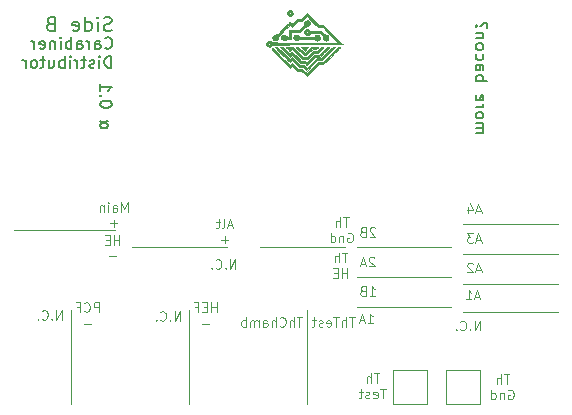
<source format=gbr>
G04 #@! TF.GenerationSoftware,KiCad,Pcbnew,6.0.7-f9a2dced07~116~ubuntu22.04.1*
G04 #@! TF.CreationDate,2022-08-21T20:53:52+02:00*
G04 #@! TF.ProjectId,carabiner-distributor,63617261-6269-46e6-9572-2d6469737472,rev?*
G04 #@! TF.SameCoordinates,Original*
G04 #@! TF.FileFunction,Legend,Bot*
G04 #@! TF.FilePolarity,Positive*
%FSLAX46Y46*%
G04 Gerber Fmt 4.6, Leading zero omitted, Abs format (unit mm)*
G04 Created by KiCad (PCBNEW 6.0.7-f9a2dced07~116~ubuntu22.04.1) date 2022-08-21 20:53:52*
%MOMM*%
%LPD*%
G01*
G04 APERTURE LIST*
%ADD10C,0.120000*%
%ADD11C,0.100000*%
%ADD12C,0.150000*%
%ADD13C,0.010000*%
G04 APERTURE END LIST*
D10*
X112500000Y-40750000D02*
X104500000Y-40750000D01*
X103500000Y-42750000D02*
X95500000Y-42750000D01*
X66490000Y-41250000D02*
X75000000Y-41250000D01*
X81250000Y-56010000D02*
X81250000Y-48050000D01*
X103500000Y-45290000D02*
X95500000Y-45290000D01*
X112500000Y-43290000D02*
X104500000Y-43290000D01*
X94460000Y-42750000D02*
X87250000Y-42750000D01*
X103500000Y-47830000D02*
X95500000Y-47830000D01*
X91250000Y-56010000D02*
X91250000Y-48040000D01*
X112500000Y-45830000D02*
X104500000Y-45830000D01*
X76490000Y-42750000D02*
X84460000Y-42750000D01*
X112500000Y-48200000D02*
X104500000Y-48200000D01*
X71250000Y-56010000D02*
X71250000Y-48050000D01*
D11*
X94790476Y-40217904D02*
X94333333Y-40217904D01*
X94561904Y-41017904D02*
X94561904Y-40217904D01*
X94066666Y-41017904D02*
X94066666Y-40217904D01*
X93723809Y-41017904D02*
X93723809Y-40598857D01*
X93761904Y-40522666D01*
X93838095Y-40484571D01*
X93952380Y-40484571D01*
X94028571Y-40522666D01*
X94066666Y-40560761D01*
X94714285Y-41544000D02*
X94790476Y-41505904D01*
X94904761Y-41505904D01*
X95019047Y-41544000D01*
X95095238Y-41620190D01*
X95133333Y-41696380D01*
X95171428Y-41848761D01*
X95171428Y-41963047D01*
X95133333Y-42115428D01*
X95095238Y-42191619D01*
X95019047Y-42267809D01*
X94904761Y-42305904D01*
X94828571Y-42305904D01*
X94714285Y-42267809D01*
X94676190Y-42229714D01*
X94676190Y-41963047D01*
X94828571Y-41963047D01*
X94333333Y-41772571D02*
X94333333Y-42305904D01*
X94333333Y-41848761D02*
X94295238Y-41810666D01*
X94219047Y-41772571D01*
X94104761Y-41772571D01*
X94028571Y-41810666D01*
X93990476Y-41886857D01*
X93990476Y-42305904D01*
X93266666Y-42305904D02*
X93266666Y-41505904D01*
X93266666Y-42267809D02*
X93342857Y-42305904D01*
X93495238Y-42305904D01*
X93571428Y-42267809D01*
X93609523Y-42229714D01*
X93647619Y-42153523D01*
X93647619Y-41924952D01*
X93609523Y-41848761D01*
X93571428Y-41810666D01*
X93495238Y-41772571D01*
X93342857Y-41772571D01*
X93266666Y-41810666D01*
X97390476Y-53417904D02*
X96933333Y-53417904D01*
X97161904Y-54217904D02*
X97161904Y-53417904D01*
X96666666Y-54217904D02*
X96666666Y-53417904D01*
X96323809Y-54217904D02*
X96323809Y-53798857D01*
X96361904Y-53722666D01*
X96438095Y-53684571D01*
X96552380Y-53684571D01*
X96628571Y-53722666D01*
X96666666Y-53760761D01*
X97923809Y-54705904D02*
X97466666Y-54705904D01*
X97695238Y-55505904D02*
X97695238Y-54705904D01*
X96895238Y-55467809D02*
X96971428Y-55505904D01*
X97123809Y-55505904D01*
X97200000Y-55467809D01*
X97238095Y-55391619D01*
X97238095Y-55086857D01*
X97200000Y-55010666D01*
X97123809Y-54972571D01*
X96971428Y-54972571D01*
X96895238Y-55010666D01*
X96857142Y-55086857D01*
X96857142Y-55163047D01*
X97238095Y-55239238D01*
X96552380Y-55467809D02*
X96476190Y-55505904D01*
X96323809Y-55505904D01*
X96247619Y-55467809D01*
X96209523Y-55391619D01*
X96209523Y-55353523D01*
X96247619Y-55277333D01*
X96323809Y-55239238D01*
X96438095Y-55239238D01*
X96514285Y-55201142D01*
X96552380Y-55124952D01*
X96552380Y-55086857D01*
X96514285Y-55010666D01*
X96438095Y-54972571D01*
X96323809Y-54972571D01*
X96247619Y-55010666D01*
X95980952Y-54972571D02*
X95676190Y-54972571D01*
X95866666Y-54705904D02*
X95866666Y-55391619D01*
X95828571Y-55467809D01*
X95752380Y-55505904D01*
X95676190Y-55505904D01*
X105971428Y-42133333D02*
X105590476Y-42133333D01*
X106047619Y-42361904D02*
X105780952Y-41561904D01*
X105514285Y-42361904D01*
X105323809Y-41561904D02*
X104828571Y-41561904D01*
X105095238Y-41866666D01*
X104980952Y-41866666D01*
X104904761Y-41904761D01*
X104866666Y-41942857D01*
X104828571Y-42019047D01*
X104828571Y-42209523D01*
X104866666Y-42285714D01*
X104904761Y-42323809D01*
X104980952Y-42361904D01*
X105209523Y-42361904D01*
X105285714Y-42323809D01*
X105323809Y-42285714D01*
X85209523Y-44561904D02*
X85209523Y-43761904D01*
X84752380Y-44561904D01*
X84752380Y-43761904D01*
X84371428Y-44485714D02*
X84333333Y-44523809D01*
X84371428Y-44561904D01*
X84409523Y-44523809D01*
X84371428Y-44485714D01*
X84371428Y-44561904D01*
X83533333Y-44485714D02*
X83571428Y-44523809D01*
X83685714Y-44561904D01*
X83761904Y-44561904D01*
X83876190Y-44523809D01*
X83952380Y-44447619D01*
X83990476Y-44371428D01*
X84028571Y-44219047D01*
X84028571Y-44104761D01*
X83990476Y-43952380D01*
X83952380Y-43876190D01*
X83876190Y-43800000D01*
X83761904Y-43761904D01*
X83685714Y-43761904D01*
X83571428Y-43800000D01*
X83533333Y-43838095D01*
X83190476Y-44485714D02*
X83152380Y-44523809D01*
X83190476Y-44561904D01*
X83228571Y-44523809D01*
X83190476Y-44485714D01*
X83190476Y-44561904D01*
X95290476Y-48661904D02*
X94833333Y-48661904D01*
X95061904Y-49461904D02*
X95061904Y-48661904D01*
X94566666Y-49461904D02*
X94566666Y-48661904D01*
X94223809Y-49461904D02*
X94223809Y-49042857D01*
X94261904Y-48966666D01*
X94338095Y-48928571D01*
X94452380Y-48928571D01*
X94528571Y-48966666D01*
X94566666Y-49004761D01*
X93957142Y-48661904D02*
X93500000Y-48661904D01*
X93728571Y-49461904D02*
X93728571Y-48661904D01*
X92928571Y-49423809D02*
X93004761Y-49461904D01*
X93157142Y-49461904D01*
X93233333Y-49423809D01*
X93271428Y-49347619D01*
X93271428Y-49042857D01*
X93233333Y-48966666D01*
X93157142Y-48928571D01*
X93004761Y-48928571D01*
X92928571Y-48966666D01*
X92890476Y-49042857D01*
X92890476Y-49119047D01*
X93271428Y-49195238D01*
X92585714Y-49423809D02*
X92509523Y-49461904D01*
X92357142Y-49461904D01*
X92280952Y-49423809D01*
X92242857Y-49347619D01*
X92242857Y-49309523D01*
X92280952Y-49233333D01*
X92357142Y-49195238D01*
X92471428Y-49195238D01*
X92547619Y-49157142D01*
X92585714Y-49080952D01*
X92585714Y-49042857D01*
X92547619Y-48966666D01*
X92471428Y-48928571D01*
X92357142Y-48928571D01*
X92280952Y-48966666D01*
X92014285Y-48928571D02*
X91709523Y-48928571D01*
X91900000Y-48661904D02*
X91900000Y-49347619D01*
X91861904Y-49423809D01*
X91785714Y-49461904D01*
X91709523Y-49461904D01*
X73652380Y-48217904D02*
X73652380Y-47417904D01*
X73347619Y-47417904D01*
X73271428Y-47456000D01*
X73233333Y-47494095D01*
X73195238Y-47570285D01*
X73195238Y-47684571D01*
X73233333Y-47760761D01*
X73271428Y-47798857D01*
X73347619Y-47836952D01*
X73652380Y-47836952D01*
X72395238Y-48141714D02*
X72433333Y-48179809D01*
X72547619Y-48217904D01*
X72623809Y-48217904D01*
X72738095Y-48179809D01*
X72814285Y-48103619D01*
X72852380Y-48027428D01*
X72890476Y-47875047D01*
X72890476Y-47760761D01*
X72852380Y-47608380D01*
X72814285Y-47532190D01*
X72738095Y-47456000D01*
X72623809Y-47417904D01*
X72547619Y-47417904D01*
X72433333Y-47456000D01*
X72395238Y-47494095D01*
X71785714Y-47798857D02*
X72052380Y-47798857D01*
X72052380Y-48217904D02*
X72052380Y-47417904D01*
X71671428Y-47417904D01*
X73004761Y-49201142D02*
X72395238Y-49201142D01*
X90858809Y-48661904D02*
X90401666Y-48661904D01*
X90630238Y-49461904D02*
X90630238Y-48661904D01*
X90135000Y-49461904D02*
X90135000Y-48661904D01*
X89792142Y-49461904D02*
X89792142Y-49042857D01*
X89830238Y-48966666D01*
X89906428Y-48928571D01*
X90020714Y-48928571D01*
X90096904Y-48966666D01*
X90135000Y-49004761D01*
X88954047Y-49385714D02*
X88992142Y-49423809D01*
X89106428Y-49461904D01*
X89182619Y-49461904D01*
X89296904Y-49423809D01*
X89373095Y-49347619D01*
X89411190Y-49271428D01*
X89449285Y-49119047D01*
X89449285Y-49004761D01*
X89411190Y-48852380D01*
X89373095Y-48776190D01*
X89296904Y-48700000D01*
X89182619Y-48661904D01*
X89106428Y-48661904D01*
X88992142Y-48700000D01*
X88954047Y-48738095D01*
X88611190Y-49461904D02*
X88611190Y-48661904D01*
X88268333Y-49461904D02*
X88268333Y-49042857D01*
X88306428Y-48966666D01*
X88382619Y-48928571D01*
X88496904Y-48928571D01*
X88573095Y-48966666D01*
X88611190Y-49004761D01*
X87544523Y-49461904D02*
X87544523Y-49042857D01*
X87582619Y-48966666D01*
X87658809Y-48928571D01*
X87811190Y-48928571D01*
X87887380Y-48966666D01*
X87544523Y-49423809D02*
X87620714Y-49461904D01*
X87811190Y-49461904D01*
X87887380Y-49423809D01*
X87925476Y-49347619D01*
X87925476Y-49271428D01*
X87887380Y-49195238D01*
X87811190Y-49157142D01*
X87620714Y-49157142D01*
X87544523Y-49119047D01*
X87163571Y-49461904D02*
X87163571Y-48928571D01*
X87163571Y-49004761D02*
X87125476Y-48966666D01*
X87049285Y-48928571D01*
X86935000Y-48928571D01*
X86858809Y-48966666D01*
X86820714Y-49042857D01*
X86820714Y-49461904D01*
X86820714Y-49042857D02*
X86782619Y-48966666D01*
X86706428Y-48928571D01*
X86592142Y-48928571D01*
X86515952Y-48966666D01*
X86477857Y-49042857D01*
X86477857Y-49461904D01*
X86096904Y-49461904D02*
X86096904Y-48661904D01*
X86096904Y-48966666D02*
X86020714Y-48928571D01*
X85868333Y-48928571D01*
X85792142Y-48966666D01*
X85754047Y-49004761D01*
X85715952Y-49080952D01*
X85715952Y-49309523D01*
X85754047Y-49385714D01*
X85792142Y-49423809D01*
X85868333Y-49461904D01*
X86020714Y-49461904D01*
X86096904Y-49423809D01*
X105971428Y-44633333D02*
X105590476Y-44633333D01*
X106047619Y-44861904D02*
X105780952Y-44061904D01*
X105514285Y-44861904D01*
X105285714Y-44138095D02*
X105247619Y-44100000D01*
X105171428Y-44061904D01*
X104980952Y-44061904D01*
X104904761Y-44100000D01*
X104866666Y-44138095D01*
X104828571Y-44214285D01*
X104828571Y-44290476D01*
X104866666Y-44404761D01*
X105323809Y-44861904D01*
X104828571Y-44861904D01*
X75390476Y-42517904D02*
X75390476Y-41717904D01*
X75390476Y-42098857D02*
X74933333Y-42098857D01*
X74933333Y-42517904D02*
X74933333Y-41717904D01*
X74552380Y-42098857D02*
X74285714Y-42098857D01*
X74171428Y-42517904D02*
X74552380Y-42517904D01*
X74552380Y-41717904D01*
X74171428Y-41717904D01*
X75104761Y-43501142D02*
X74495238Y-43501142D01*
X96571428Y-46861904D02*
X97028571Y-46861904D01*
X96800000Y-46861904D02*
X96800000Y-46061904D01*
X96876190Y-46176190D01*
X96952380Y-46252380D01*
X97028571Y-46290476D01*
X95961904Y-46442857D02*
X95847619Y-46480952D01*
X95809523Y-46519047D01*
X95771428Y-46595238D01*
X95771428Y-46709523D01*
X95809523Y-46785714D01*
X95847619Y-46823809D01*
X95923809Y-46861904D01*
X96228571Y-46861904D01*
X96228571Y-46061904D01*
X95961904Y-46061904D01*
X95885714Y-46100000D01*
X95847619Y-46138095D01*
X95809523Y-46214285D01*
X95809523Y-46290476D01*
X95847619Y-46366666D01*
X95885714Y-46404761D01*
X95961904Y-46442857D01*
X96228571Y-46442857D01*
X96414285Y-49161904D02*
X96871428Y-49161904D01*
X96642857Y-49161904D02*
X96642857Y-48361904D01*
X96719047Y-48476190D01*
X96795238Y-48552380D01*
X96871428Y-48590476D01*
X96109523Y-48933333D02*
X95728571Y-48933333D01*
X96185714Y-49161904D02*
X95919047Y-48361904D01*
X95652380Y-49161904D01*
D12*
X74414285Y-32061904D02*
X73938095Y-32204761D01*
X73842857Y-32252380D01*
X73795238Y-32300000D01*
X73747619Y-32395238D01*
X73747619Y-32490476D01*
X73795238Y-32585714D01*
X73842857Y-32633333D01*
X73985714Y-32680952D01*
X74176190Y-32680952D01*
X74319047Y-32633333D01*
X74366666Y-32585714D01*
X74414285Y-32490476D01*
X74414285Y-32395238D01*
X74366666Y-32300000D01*
X74319047Y-32252380D01*
X74223809Y-32204761D01*
X73890476Y-32157142D01*
X73795238Y-32109523D01*
X73747619Y-32014285D01*
X74747619Y-30680952D02*
X74747619Y-30585714D01*
X74700000Y-30490476D01*
X74652380Y-30442857D01*
X74557142Y-30395238D01*
X74366666Y-30347619D01*
X74128571Y-30347619D01*
X73938095Y-30395238D01*
X73842857Y-30442857D01*
X73795238Y-30490476D01*
X73747619Y-30585714D01*
X73747619Y-30680952D01*
X73795238Y-30776190D01*
X73842857Y-30823809D01*
X73938095Y-30871428D01*
X74128571Y-30919047D01*
X74366666Y-30919047D01*
X74557142Y-30871428D01*
X74652380Y-30823809D01*
X74700000Y-30776190D01*
X74747619Y-30680952D01*
X73842857Y-29919047D02*
X73795238Y-29871428D01*
X73747619Y-29919047D01*
X73795238Y-29966666D01*
X73842857Y-29919047D01*
X73747619Y-29919047D01*
X73747619Y-28919047D02*
X73747619Y-29490476D01*
X73747619Y-29204761D02*
X74747619Y-29204761D01*
X74604761Y-29300000D01*
X74509523Y-29395238D01*
X74461904Y-29490476D01*
D11*
X105909523Y-49761904D02*
X105909523Y-48961904D01*
X105452380Y-49761904D01*
X105452380Y-48961904D01*
X105071428Y-49685714D02*
X105033333Y-49723809D01*
X105071428Y-49761904D01*
X105109523Y-49723809D01*
X105071428Y-49685714D01*
X105071428Y-49761904D01*
X104233333Y-49685714D02*
X104271428Y-49723809D01*
X104385714Y-49761904D01*
X104461904Y-49761904D01*
X104576190Y-49723809D01*
X104652380Y-49647619D01*
X104690476Y-49571428D01*
X104728571Y-49419047D01*
X104728571Y-49304761D01*
X104690476Y-49152380D01*
X104652380Y-49076190D01*
X104576190Y-49000000D01*
X104461904Y-48961904D01*
X104385714Y-48961904D01*
X104271428Y-49000000D01*
X104233333Y-49038095D01*
X103890476Y-49685714D02*
X103852380Y-49723809D01*
X103890476Y-49761904D01*
X103928571Y-49723809D01*
X103890476Y-49685714D01*
X103890476Y-49761904D01*
D12*
X74166666Y-25852142D02*
X74214285Y-25899761D01*
X74357142Y-25947380D01*
X74452380Y-25947380D01*
X74595238Y-25899761D01*
X74690476Y-25804523D01*
X74738095Y-25709285D01*
X74785714Y-25518809D01*
X74785714Y-25375952D01*
X74738095Y-25185476D01*
X74690476Y-25090238D01*
X74595238Y-24995000D01*
X74452380Y-24947380D01*
X74357142Y-24947380D01*
X74214285Y-24995000D01*
X74166666Y-25042619D01*
X73309523Y-25947380D02*
X73309523Y-25423571D01*
X73357142Y-25328333D01*
X73452380Y-25280714D01*
X73642857Y-25280714D01*
X73738095Y-25328333D01*
X73309523Y-25899761D02*
X73404761Y-25947380D01*
X73642857Y-25947380D01*
X73738095Y-25899761D01*
X73785714Y-25804523D01*
X73785714Y-25709285D01*
X73738095Y-25614047D01*
X73642857Y-25566428D01*
X73404761Y-25566428D01*
X73309523Y-25518809D01*
X72833333Y-25947380D02*
X72833333Y-25280714D01*
X72833333Y-25471190D02*
X72785714Y-25375952D01*
X72738095Y-25328333D01*
X72642857Y-25280714D01*
X72547619Y-25280714D01*
X71785714Y-25947380D02*
X71785714Y-25423571D01*
X71833333Y-25328333D01*
X71928571Y-25280714D01*
X72119047Y-25280714D01*
X72214285Y-25328333D01*
X71785714Y-25899761D02*
X71880952Y-25947380D01*
X72119047Y-25947380D01*
X72214285Y-25899761D01*
X72261904Y-25804523D01*
X72261904Y-25709285D01*
X72214285Y-25614047D01*
X72119047Y-25566428D01*
X71880952Y-25566428D01*
X71785714Y-25518809D01*
X71309523Y-25947380D02*
X71309523Y-24947380D01*
X71309523Y-25328333D02*
X71214285Y-25280714D01*
X71023809Y-25280714D01*
X70928571Y-25328333D01*
X70880952Y-25375952D01*
X70833333Y-25471190D01*
X70833333Y-25756904D01*
X70880952Y-25852142D01*
X70928571Y-25899761D01*
X71023809Y-25947380D01*
X71214285Y-25947380D01*
X71309523Y-25899761D01*
X70404761Y-25947380D02*
X70404761Y-25280714D01*
X70404761Y-24947380D02*
X70452380Y-24995000D01*
X70404761Y-25042619D01*
X70357142Y-24995000D01*
X70404761Y-24947380D01*
X70404761Y-25042619D01*
X69928571Y-25280714D02*
X69928571Y-25947380D01*
X69928571Y-25375952D02*
X69880952Y-25328333D01*
X69785714Y-25280714D01*
X69642857Y-25280714D01*
X69547619Y-25328333D01*
X69500000Y-25423571D01*
X69500000Y-25947380D01*
X68642857Y-25899761D02*
X68738095Y-25947380D01*
X68928571Y-25947380D01*
X69023809Y-25899761D01*
X69071428Y-25804523D01*
X69071428Y-25423571D01*
X69023809Y-25328333D01*
X68928571Y-25280714D01*
X68738095Y-25280714D01*
X68642857Y-25328333D01*
X68595238Y-25423571D01*
X68595238Y-25518809D01*
X69071428Y-25614047D01*
X68166666Y-25947380D02*
X68166666Y-25280714D01*
X68166666Y-25471190D02*
X68119047Y-25375952D01*
X68071428Y-25328333D01*
X67976190Y-25280714D01*
X67880952Y-25280714D01*
X74690476Y-27557380D02*
X74690476Y-26557380D01*
X74452380Y-26557380D01*
X74309523Y-26605000D01*
X74214285Y-26700238D01*
X74166666Y-26795476D01*
X74119047Y-26985952D01*
X74119047Y-27128809D01*
X74166666Y-27319285D01*
X74214285Y-27414523D01*
X74309523Y-27509761D01*
X74452380Y-27557380D01*
X74690476Y-27557380D01*
X73690476Y-27557380D02*
X73690476Y-26890714D01*
X73690476Y-26557380D02*
X73738095Y-26605000D01*
X73690476Y-26652619D01*
X73642857Y-26605000D01*
X73690476Y-26557380D01*
X73690476Y-26652619D01*
X73261904Y-27509761D02*
X73166666Y-27557380D01*
X72976190Y-27557380D01*
X72880952Y-27509761D01*
X72833333Y-27414523D01*
X72833333Y-27366904D01*
X72880952Y-27271666D01*
X72976190Y-27224047D01*
X73119047Y-27224047D01*
X73214285Y-27176428D01*
X73261904Y-27081190D01*
X73261904Y-27033571D01*
X73214285Y-26938333D01*
X73119047Y-26890714D01*
X72976190Y-26890714D01*
X72880952Y-26938333D01*
X72547619Y-26890714D02*
X72166666Y-26890714D01*
X72404761Y-26557380D02*
X72404761Y-27414523D01*
X72357142Y-27509761D01*
X72261904Y-27557380D01*
X72166666Y-27557380D01*
X71833333Y-27557380D02*
X71833333Y-26890714D01*
X71833333Y-27081190D02*
X71785714Y-26985952D01*
X71738095Y-26938333D01*
X71642857Y-26890714D01*
X71547619Y-26890714D01*
X71214285Y-27557380D02*
X71214285Y-26890714D01*
X71214285Y-26557380D02*
X71261904Y-26605000D01*
X71214285Y-26652619D01*
X71166666Y-26605000D01*
X71214285Y-26557380D01*
X71214285Y-26652619D01*
X70738095Y-27557380D02*
X70738095Y-26557380D01*
X70738095Y-26938333D02*
X70642857Y-26890714D01*
X70452380Y-26890714D01*
X70357142Y-26938333D01*
X70309523Y-26985952D01*
X70261904Y-27081190D01*
X70261904Y-27366904D01*
X70309523Y-27462142D01*
X70357142Y-27509761D01*
X70452380Y-27557380D01*
X70642857Y-27557380D01*
X70738095Y-27509761D01*
X69404761Y-26890714D02*
X69404761Y-27557380D01*
X69833333Y-26890714D02*
X69833333Y-27414523D01*
X69785714Y-27509761D01*
X69690476Y-27557380D01*
X69547619Y-27557380D01*
X69452380Y-27509761D01*
X69404761Y-27462142D01*
X69071428Y-26890714D02*
X68690476Y-26890714D01*
X68928571Y-26557380D02*
X68928571Y-27414523D01*
X68880952Y-27509761D01*
X68785714Y-27557380D01*
X68690476Y-27557380D01*
X68214285Y-27557380D02*
X68309523Y-27509761D01*
X68357142Y-27462142D01*
X68404761Y-27366904D01*
X68404761Y-27081190D01*
X68357142Y-26985952D01*
X68309523Y-26938333D01*
X68214285Y-26890714D01*
X68071428Y-26890714D01*
X67976190Y-26938333D01*
X67928571Y-26985952D01*
X67880952Y-27081190D01*
X67880952Y-27366904D01*
X67928571Y-27462142D01*
X67976190Y-27509761D01*
X68071428Y-27557380D01*
X68214285Y-27557380D01*
X67452380Y-27557380D02*
X67452380Y-26890714D01*
X67452380Y-27081190D02*
X67404761Y-26985952D01*
X67357142Y-26938333D01*
X67261904Y-26890714D01*
X67166666Y-26890714D01*
D11*
X70509523Y-48861904D02*
X70509523Y-48061904D01*
X70052380Y-48861904D01*
X70052380Y-48061904D01*
X69671428Y-48785714D02*
X69633333Y-48823809D01*
X69671428Y-48861904D01*
X69709523Y-48823809D01*
X69671428Y-48785714D01*
X69671428Y-48861904D01*
X68833333Y-48785714D02*
X68871428Y-48823809D01*
X68985714Y-48861904D01*
X69061904Y-48861904D01*
X69176190Y-48823809D01*
X69252380Y-48747619D01*
X69290476Y-48671428D01*
X69328571Y-48519047D01*
X69328571Y-48404761D01*
X69290476Y-48252380D01*
X69252380Y-48176190D01*
X69176190Y-48100000D01*
X69061904Y-48061904D01*
X68985714Y-48061904D01*
X68871428Y-48100000D01*
X68833333Y-48138095D01*
X68490476Y-48785714D02*
X68452380Y-48823809D01*
X68490476Y-48861904D01*
X68528571Y-48823809D01*
X68490476Y-48785714D01*
X68490476Y-48861904D01*
X76080952Y-39717904D02*
X76080952Y-38917904D01*
X75814285Y-39489333D01*
X75547619Y-38917904D01*
X75547619Y-39717904D01*
X74823809Y-39717904D02*
X74823809Y-39298857D01*
X74861904Y-39222666D01*
X74938095Y-39184571D01*
X75090476Y-39184571D01*
X75166666Y-39222666D01*
X74823809Y-39679809D02*
X74900000Y-39717904D01*
X75090476Y-39717904D01*
X75166666Y-39679809D01*
X75204761Y-39603619D01*
X75204761Y-39527428D01*
X75166666Y-39451238D01*
X75090476Y-39413142D01*
X74900000Y-39413142D01*
X74823809Y-39375047D01*
X74442857Y-39717904D02*
X74442857Y-39184571D01*
X74442857Y-38917904D02*
X74480952Y-38956000D01*
X74442857Y-38994095D01*
X74404761Y-38956000D01*
X74442857Y-38917904D01*
X74442857Y-38994095D01*
X74061904Y-39184571D02*
X74061904Y-39717904D01*
X74061904Y-39260761D02*
X74023809Y-39222666D01*
X73947619Y-39184571D01*
X73833333Y-39184571D01*
X73757142Y-39222666D01*
X73719047Y-39298857D01*
X73719047Y-39717904D01*
X75204761Y-40701142D02*
X74595238Y-40701142D01*
X74900000Y-41005904D02*
X74900000Y-40396380D01*
X97028571Y-41138095D02*
X96990476Y-41100000D01*
X96914285Y-41061904D01*
X96723809Y-41061904D01*
X96647619Y-41100000D01*
X96609523Y-41138095D01*
X96571428Y-41214285D01*
X96571428Y-41290476D01*
X96609523Y-41404761D01*
X97066666Y-41861904D01*
X96571428Y-41861904D01*
X95961904Y-41442857D02*
X95847619Y-41480952D01*
X95809523Y-41519047D01*
X95771428Y-41595238D01*
X95771428Y-41709523D01*
X95809523Y-41785714D01*
X95847619Y-41823809D01*
X95923809Y-41861904D01*
X96228571Y-41861904D01*
X96228571Y-41061904D01*
X95961904Y-41061904D01*
X95885714Y-41100000D01*
X95847619Y-41138095D01*
X95809523Y-41214285D01*
X95809523Y-41290476D01*
X95847619Y-41366666D01*
X95885714Y-41404761D01*
X95961904Y-41442857D01*
X96228571Y-41442857D01*
D12*
X105540882Y-33108916D02*
X106207548Y-33108916D01*
X106112310Y-33108916D02*
X106159929Y-33061297D01*
X106207548Y-32966059D01*
X106207548Y-32823202D01*
X106159929Y-32727964D01*
X106064691Y-32680345D01*
X105540882Y-32680345D01*
X106064691Y-32680345D02*
X106159929Y-32632726D01*
X106207548Y-32537488D01*
X106207548Y-32394630D01*
X106159929Y-32299392D01*
X106064691Y-32251773D01*
X105540882Y-32251773D01*
X105540882Y-31632726D02*
X105588501Y-31727964D01*
X105636120Y-31775583D01*
X105731358Y-31823202D01*
X106017072Y-31823202D01*
X106112310Y-31775583D01*
X106159929Y-31727964D01*
X106207548Y-31632726D01*
X106207548Y-31489869D01*
X106159929Y-31394630D01*
X106112310Y-31347011D01*
X106017072Y-31299392D01*
X105731358Y-31299392D01*
X105636120Y-31347011D01*
X105588501Y-31394630D01*
X105540882Y-31489869D01*
X105540882Y-31632726D01*
X105540882Y-30870821D02*
X106207548Y-30870821D01*
X106017072Y-30870821D02*
X106112310Y-30823202D01*
X106159929Y-30775583D01*
X106207548Y-30680345D01*
X106207548Y-30585107D01*
X105588501Y-29870821D02*
X105540882Y-29966059D01*
X105540882Y-30156535D01*
X105588501Y-30251773D01*
X105683739Y-30299392D01*
X106064691Y-30299392D01*
X106159929Y-30251773D01*
X106207548Y-30156535D01*
X106207548Y-29966059D01*
X106159929Y-29870821D01*
X106064691Y-29823202D01*
X105969453Y-29823202D01*
X105874215Y-30299392D01*
X105540882Y-28632726D02*
X106540882Y-28632726D01*
X106159929Y-28632726D02*
X106207548Y-28537488D01*
X106207548Y-28347011D01*
X106159929Y-28251773D01*
X106112310Y-28204154D01*
X106017072Y-28156535D01*
X105731358Y-28156535D01*
X105636120Y-28204154D01*
X105588501Y-28251773D01*
X105540882Y-28347011D01*
X105540882Y-28537488D01*
X105588501Y-28632726D01*
X105540882Y-27299392D02*
X106064691Y-27299392D01*
X106159929Y-27347011D01*
X106207548Y-27442250D01*
X106207548Y-27632726D01*
X106159929Y-27727964D01*
X105588501Y-27299392D02*
X105540882Y-27394630D01*
X105540882Y-27632726D01*
X105588501Y-27727964D01*
X105683739Y-27775583D01*
X105778977Y-27775583D01*
X105874215Y-27727964D01*
X105921834Y-27632726D01*
X105921834Y-27394630D01*
X105969453Y-27299392D01*
X105588501Y-26394630D02*
X105540882Y-26489869D01*
X105540882Y-26680345D01*
X105588501Y-26775583D01*
X105636120Y-26823202D01*
X105731358Y-26870821D01*
X106017072Y-26870821D01*
X106112310Y-26823202D01*
X106159929Y-26775583D01*
X106207548Y-26680345D01*
X106207548Y-26489869D01*
X106159929Y-26394630D01*
X105540882Y-25823202D02*
X105588501Y-25918440D01*
X105636120Y-25966059D01*
X105731358Y-26013678D01*
X106017072Y-26013678D01*
X106112310Y-25966059D01*
X106159929Y-25918440D01*
X106207548Y-25823202D01*
X106207548Y-25680345D01*
X106159929Y-25585107D01*
X106112310Y-25537488D01*
X106017072Y-25489869D01*
X105731358Y-25489869D01*
X105636120Y-25537488D01*
X105588501Y-25585107D01*
X105540882Y-25680345D01*
X105540882Y-25823202D01*
X106207548Y-25061297D02*
X105540882Y-25061297D01*
X106112310Y-25061297D02*
X106159929Y-25013678D01*
X106207548Y-24918440D01*
X106207548Y-24775583D01*
X106159929Y-24680345D01*
X106064691Y-24632726D01*
X105540882Y-24632726D01*
X105636120Y-24013678D02*
X105588501Y-23966059D01*
X105540882Y-24013678D01*
X105588501Y-24061297D01*
X105636120Y-24013678D01*
X105540882Y-24013678D01*
X106493263Y-24204154D02*
X106540882Y-24108916D01*
X106540882Y-23870821D01*
X106493263Y-23775583D01*
X106398024Y-23727964D01*
X106302786Y-23727964D01*
X106207548Y-23775583D01*
X106159929Y-23823202D01*
X106112310Y-23918440D01*
X106064691Y-23966059D01*
X105969453Y-24013678D01*
X105921834Y-24013678D01*
D11*
X105971428Y-39633333D02*
X105590476Y-39633333D01*
X106047619Y-39861904D02*
X105780952Y-39061904D01*
X105514285Y-39861904D01*
X104904761Y-39328571D02*
X104904761Y-39861904D01*
X105095238Y-39023809D02*
X105285714Y-39595238D01*
X104790476Y-39595238D01*
X94690476Y-43217904D02*
X94233333Y-43217904D01*
X94461904Y-44017904D02*
X94461904Y-43217904D01*
X93966666Y-44017904D02*
X93966666Y-43217904D01*
X93623809Y-44017904D02*
X93623809Y-43598857D01*
X93661904Y-43522666D01*
X93738095Y-43484571D01*
X93852380Y-43484571D01*
X93928571Y-43522666D01*
X93966666Y-43560761D01*
X94690476Y-45305904D02*
X94690476Y-44505904D01*
X94690476Y-44886857D02*
X94233333Y-44886857D01*
X94233333Y-45305904D02*
X94233333Y-44505904D01*
X93852380Y-44886857D02*
X93585714Y-44886857D01*
X93471428Y-45305904D02*
X93852380Y-45305904D01*
X93852380Y-44505904D01*
X93471428Y-44505904D01*
X80509523Y-48961904D02*
X80509523Y-48161904D01*
X80052380Y-48961904D01*
X80052380Y-48161904D01*
X79671428Y-48885714D02*
X79633333Y-48923809D01*
X79671428Y-48961904D01*
X79709523Y-48923809D01*
X79671428Y-48885714D01*
X79671428Y-48961904D01*
X78833333Y-48885714D02*
X78871428Y-48923809D01*
X78985714Y-48961904D01*
X79061904Y-48961904D01*
X79176190Y-48923809D01*
X79252380Y-48847619D01*
X79290476Y-48771428D01*
X79328571Y-48619047D01*
X79328571Y-48504761D01*
X79290476Y-48352380D01*
X79252380Y-48276190D01*
X79176190Y-48200000D01*
X79061904Y-48161904D01*
X78985714Y-48161904D01*
X78871428Y-48200000D01*
X78833333Y-48238095D01*
X78490476Y-48885714D02*
X78452380Y-48923809D01*
X78490476Y-48961904D01*
X78528571Y-48923809D01*
X78490476Y-48885714D01*
X78490476Y-48961904D01*
X84928571Y-40889333D02*
X84547619Y-40889333D01*
X85004761Y-41117904D02*
X84738095Y-40317904D01*
X84471428Y-41117904D01*
X84090476Y-41117904D02*
X84166666Y-41079809D01*
X84204761Y-41003619D01*
X84204761Y-40317904D01*
X83900000Y-40584571D02*
X83595238Y-40584571D01*
X83785714Y-40317904D02*
X83785714Y-41003619D01*
X83747619Y-41079809D01*
X83671428Y-41117904D01*
X83595238Y-41117904D01*
X84604761Y-42101142D02*
X83995238Y-42101142D01*
X84300000Y-42405904D02*
X84300000Y-41796380D01*
X83633333Y-48217904D02*
X83633333Y-47417904D01*
X83633333Y-47798857D02*
X83176190Y-47798857D01*
X83176190Y-48217904D02*
X83176190Y-47417904D01*
X82795238Y-47798857D02*
X82528571Y-47798857D01*
X82414285Y-48217904D02*
X82795238Y-48217904D01*
X82795238Y-47417904D01*
X82414285Y-47417904D01*
X81804761Y-47798857D02*
X82071428Y-47798857D01*
X82071428Y-48217904D02*
X82071428Y-47417904D01*
X81690476Y-47417904D01*
X83004761Y-49201142D02*
X82395238Y-49201142D01*
X96971428Y-43638095D02*
X96933333Y-43600000D01*
X96857142Y-43561904D01*
X96666666Y-43561904D01*
X96590476Y-43600000D01*
X96552380Y-43638095D01*
X96514285Y-43714285D01*
X96514285Y-43790476D01*
X96552380Y-43904761D01*
X97009523Y-44361904D01*
X96514285Y-44361904D01*
X96209523Y-44133333D02*
X95828571Y-44133333D01*
X96285714Y-44361904D02*
X96019047Y-43561904D01*
X95752380Y-44361904D01*
D12*
X74742857Y-24385714D02*
X74571428Y-24442857D01*
X74285714Y-24442857D01*
X74171428Y-24385714D01*
X74114285Y-24328571D01*
X74057142Y-24214285D01*
X74057142Y-24100000D01*
X74114285Y-23985714D01*
X74171428Y-23928571D01*
X74285714Y-23871428D01*
X74514285Y-23814285D01*
X74628571Y-23757142D01*
X74685714Y-23700000D01*
X74742857Y-23585714D01*
X74742857Y-23471428D01*
X74685714Y-23357142D01*
X74628571Y-23300000D01*
X74514285Y-23242857D01*
X74228571Y-23242857D01*
X74057142Y-23300000D01*
X73542857Y-24442857D02*
X73542857Y-23642857D01*
X73542857Y-23242857D02*
X73600000Y-23300000D01*
X73542857Y-23357142D01*
X73485714Y-23300000D01*
X73542857Y-23242857D01*
X73542857Y-23357142D01*
X72457142Y-24442857D02*
X72457142Y-23242857D01*
X72457142Y-24385714D02*
X72571428Y-24442857D01*
X72800000Y-24442857D01*
X72914285Y-24385714D01*
X72971428Y-24328571D01*
X73028571Y-24214285D01*
X73028571Y-23871428D01*
X72971428Y-23757142D01*
X72914285Y-23700000D01*
X72800000Y-23642857D01*
X72571428Y-23642857D01*
X72457142Y-23700000D01*
X71428571Y-24385714D02*
X71542857Y-24442857D01*
X71771428Y-24442857D01*
X71885714Y-24385714D01*
X71942857Y-24271428D01*
X71942857Y-23814285D01*
X71885714Y-23700000D01*
X71771428Y-23642857D01*
X71542857Y-23642857D01*
X71428571Y-23700000D01*
X71371428Y-23814285D01*
X71371428Y-23928571D01*
X71942857Y-24042857D01*
X69542857Y-23814285D02*
X69371428Y-23871428D01*
X69314285Y-23928571D01*
X69257142Y-24042857D01*
X69257142Y-24214285D01*
X69314285Y-24328571D01*
X69371428Y-24385714D01*
X69485714Y-24442857D01*
X69942857Y-24442857D01*
X69942857Y-23242857D01*
X69542857Y-23242857D01*
X69428571Y-23300000D01*
X69371428Y-23357142D01*
X69314285Y-23471428D01*
X69314285Y-23585714D01*
X69371428Y-23700000D01*
X69428571Y-23757142D01*
X69542857Y-23814285D01*
X69942857Y-23814285D01*
D11*
X105871428Y-46933333D02*
X105490476Y-46933333D01*
X105947619Y-47161904D02*
X105680952Y-46361904D01*
X105414285Y-47161904D01*
X104728571Y-47161904D02*
X105185714Y-47161904D01*
X104957142Y-47161904D02*
X104957142Y-46361904D01*
X105033333Y-46476190D01*
X105109523Y-46552380D01*
X105185714Y-46590476D01*
X108390476Y-53517904D02*
X107933333Y-53517904D01*
X108161904Y-54317904D02*
X108161904Y-53517904D01*
X107666666Y-54317904D02*
X107666666Y-53517904D01*
X107323809Y-54317904D02*
X107323809Y-53898857D01*
X107361904Y-53822666D01*
X107438095Y-53784571D01*
X107552380Y-53784571D01*
X107628571Y-53822666D01*
X107666666Y-53860761D01*
X108314285Y-54844000D02*
X108390476Y-54805904D01*
X108504761Y-54805904D01*
X108619047Y-54844000D01*
X108695238Y-54920190D01*
X108733333Y-54996380D01*
X108771428Y-55148761D01*
X108771428Y-55263047D01*
X108733333Y-55415428D01*
X108695238Y-55491619D01*
X108619047Y-55567809D01*
X108504761Y-55605904D01*
X108428571Y-55605904D01*
X108314285Y-55567809D01*
X108276190Y-55529714D01*
X108276190Y-55263047D01*
X108428571Y-55263047D01*
X107933333Y-55072571D02*
X107933333Y-55605904D01*
X107933333Y-55148761D02*
X107895238Y-55110666D01*
X107819047Y-55072571D01*
X107704761Y-55072571D01*
X107628571Y-55110666D01*
X107590476Y-55186857D01*
X107590476Y-55605904D01*
X106866666Y-55605904D02*
X106866666Y-54805904D01*
X106866666Y-55567809D02*
X106942857Y-55605904D01*
X107095238Y-55605904D01*
X107171428Y-55567809D01*
X107209523Y-55529714D01*
X107247619Y-55453523D01*
X107247619Y-55224952D01*
X107209523Y-55148761D01*
X107171428Y-55110666D01*
X107095238Y-55072571D01*
X106942857Y-55072571D01*
X106866666Y-55110666D01*
D10*
X103050000Y-53150000D02*
X103050000Y-56050000D01*
X103050000Y-56050000D02*
X105950000Y-56050000D01*
X105950000Y-53150000D02*
X103050000Y-53150000D01*
X105950000Y-56050000D02*
X105950000Y-53150000D01*
G36*
X91223264Y-25968212D02*
G01*
X91071286Y-26122102D01*
X90936865Y-25978179D01*
X90932714Y-25973730D01*
X90866927Y-25901924D01*
X90820211Y-25848564D01*
X90802445Y-25824913D01*
X90815645Y-25822085D01*
X90874400Y-25818579D01*
X90969420Y-25816062D01*
X91088843Y-25814946D01*
X91375242Y-25814323D01*
X91223264Y-25968212D01*
G37*
D13*
X91223264Y-25968212D02*
X91071286Y-26122102D01*
X90936865Y-25978179D01*
X90932714Y-25973730D01*
X90866927Y-25901924D01*
X90820211Y-25848564D01*
X90802445Y-25824913D01*
X90815645Y-25822085D01*
X90874400Y-25818579D01*
X90969420Y-25816062D01*
X91088843Y-25814946D01*
X91375242Y-25814323D01*
X91223264Y-25968212D01*
G36*
X89226516Y-25823176D02*
G01*
X89270860Y-25847643D01*
X89327254Y-25893995D01*
X89404711Y-25968507D01*
X89512247Y-26077458D01*
X89534822Y-26100409D01*
X89632144Y-26196865D01*
X89714964Y-26275074D01*
X89775116Y-26327514D01*
X89804439Y-26346666D01*
X89806973Y-26346435D01*
X89846692Y-26324004D01*
X89899334Y-26276111D01*
X89905288Y-26269866D01*
X89955284Y-26224244D01*
X89987927Y-26205555D01*
X89988227Y-26205583D01*
X90015426Y-26226202D01*
X90075144Y-26280868D01*
X90160868Y-26363322D01*
X90266088Y-26467304D01*
X90384290Y-26586555D01*
X90758343Y-26967555D01*
X90940853Y-26967555D01*
X90982363Y-26967918D01*
X91077137Y-26974775D01*
X91140077Y-26993822D01*
X91189421Y-27029614D01*
X91255480Y-27091673D01*
X91469834Y-26881447D01*
X91526432Y-26825656D01*
X91631629Y-26720698D01*
X91727017Y-26624078D01*
X91797244Y-26551277D01*
X91828749Y-26518153D01*
X91882620Y-26468467D01*
X91933120Y-26442636D01*
X92000189Y-26432858D01*
X92103763Y-26431333D01*
X92297225Y-26431333D01*
X92594184Y-26130753D01*
X92693820Y-26030783D01*
X92786271Y-25941792D01*
X92855207Y-25882424D01*
X92908926Y-25846363D01*
X92955726Y-25827293D01*
X93003905Y-25818898D01*
X93029747Y-25816906D01*
X93091834Y-25818446D01*
X93116667Y-25829821D01*
X93116664Y-25829919D01*
X93097154Y-25856440D01*
X93043818Y-25915952D01*
X92962881Y-26001847D01*
X92860571Y-26107514D01*
X92743115Y-26226343D01*
X92369562Y-26600666D01*
X91985342Y-26600666D01*
X91626727Y-26953412D01*
X91522399Y-27055364D01*
X91418286Y-27155606D01*
X91334077Y-27235040D01*
X91276485Y-27287343D01*
X91252225Y-27306190D01*
X91246233Y-27303831D01*
X91209164Y-27274226D01*
X91155222Y-27221555D01*
X91108628Y-27177655D01*
X91059649Y-27150902D01*
X90992979Y-27139366D01*
X90889279Y-27136888D01*
X90704452Y-27136888D01*
X90347156Y-26780386D01*
X89989861Y-26423883D01*
X89903541Y-26519330D01*
X89817222Y-26614777D01*
X89021774Y-25821637D01*
X89135220Y-25814943D01*
X89137916Y-25814786D01*
X89185206Y-25814316D01*
X89226516Y-25823176D01*
G37*
X89226516Y-25823176D02*
X89270860Y-25847643D01*
X89327254Y-25893995D01*
X89404711Y-25968507D01*
X89512247Y-26077458D01*
X89534822Y-26100409D01*
X89632144Y-26196865D01*
X89714964Y-26275074D01*
X89775116Y-26327514D01*
X89804439Y-26346666D01*
X89806973Y-26346435D01*
X89846692Y-26324004D01*
X89899334Y-26276111D01*
X89905288Y-26269866D01*
X89955284Y-26224244D01*
X89987927Y-26205555D01*
X89988227Y-26205583D01*
X90015426Y-26226202D01*
X90075144Y-26280868D01*
X90160868Y-26363322D01*
X90266088Y-26467304D01*
X90384290Y-26586555D01*
X90758343Y-26967555D01*
X90940853Y-26967555D01*
X90982363Y-26967918D01*
X91077137Y-26974775D01*
X91140077Y-26993822D01*
X91189421Y-27029614D01*
X91255480Y-27091673D01*
X91469834Y-26881447D01*
X91526432Y-26825656D01*
X91631629Y-26720698D01*
X91727017Y-26624078D01*
X91797244Y-26551277D01*
X91828749Y-26518153D01*
X91882620Y-26468467D01*
X91933120Y-26442636D01*
X92000189Y-26432858D01*
X92103763Y-26431333D01*
X92297225Y-26431333D01*
X92594184Y-26130753D01*
X92693820Y-26030783D01*
X92786271Y-25941792D01*
X92855207Y-25882424D01*
X92908926Y-25846363D01*
X92955726Y-25827293D01*
X93003905Y-25818898D01*
X93029747Y-25816906D01*
X93091834Y-25818446D01*
X93116667Y-25829821D01*
X93116664Y-25829919D01*
X93097154Y-25856440D01*
X93043818Y-25915952D01*
X92962881Y-26001847D01*
X92860571Y-26107514D01*
X92743115Y-26226343D01*
X92369562Y-26600666D01*
X91985342Y-26600666D01*
X91626727Y-26953412D01*
X91522399Y-27055364D01*
X91418286Y-27155606D01*
X91334077Y-27235040D01*
X91276485Y-27287343D01*
X91252225Y-27306190D01*
X91246233Y-27303831D01*
X91209164Y-27274226D01*
X91155222Y-27221555D01*
X91108628Y-27177655D01*
X91059649Y-27150902D01*
X90992979Y-27139366D01*
X90889279Y-27136888D01*
X90704452Y-27136888D01*
X90347156Y-26780386D01*
X89989861Y-26423883D01*
X89903541Y-26519330D01*
X89817222Y-26614777D01*
X89021774Y-25821637D01*
X89135220Y-25814943D01*
X89137916Y-25814786D01*
X89185206Y-25814316D01*
X89226516Y-25823176D01*
G36*
X89728978Y-25076666D02*
G01*
X89654478Y-25079481D01*
X89586487Y-25089763D01*
X89560667Y-25105303D01*
X89559292Y-25111099D01*
X89528182Y-25147355D01*
X89468945Y-25191065D01*
X89459506Y-25196734D01*
X89347057Y-25233802D01*
X89239147Y-25216382D01*
X89144389Y-25145678D01*
X89096731Y-25072337D01*
X89077319Y-24976383D01*
X89079030Y-24969229D01*
X89256065Y-24969229D01*
X89270812Y-25021146D01*
X89311061Y-25054604D01*
X89358833Y-25051097D01*
X89367694Y-25044364D01*
X89387575Y-24996370D01*
X89372129Y-24943540D01*
X89327424Y-24912627D01*
X89298971Y-24914634D01*
X89260389Y-24949769D01*
X89256065Y-24969229D01*
X89079030Y-24969229D01*
X89098557Y-24887604D01*
X89151703Y-24813752D01*
X89228017Y-24762579D01*
X89318760Y-24741839D01*
X89415189Y-24759284D01*
X89508564Y-24822666D01*
X89524251Y-24837369D01*
X89597213Y-24887440D01*
X89661616Y-24907333D01*
X89676512Y-24907151D01*
X89702426Y-24901806D01*
X89718235Y-24881235D01*
X89726436Y-24835131D01*
X89729525Y-24753191D01*
X89730000Y-24625111D01*
X89730000Y-24342888D01*
X90592102Y-24342888D01*
X90814100Y-24119581D01*
X90869238Y-24063509D01*
X90950563Y-23975997D01*
X90998788Y-23913881D01*
X91019810Y-23868929D01*
X91019528Y-23832912D01*
X91013895Y-23795839D01*
X91015861Y-23785211D01*
X91202649Y-23785211D01*
X91210594Y-23811863D01*
X91247301Y-23850739D01*
X91293183Y-23857060D01*
X91327142Y-23824215D01*
X91334353Y-23792203D01*
X91313665Y-23741264D01*
X91250372Y-23722000D01*
X91208219Y-23735483D01*
X91202649Y-23785211D01*
X91015861Y-23785211D01*
X91032300Y-23696338D01*
X91090141Y-23609552D01*
X91176406Y-23554989D01*
X91184550Y-23552425D01*
X91264919Y-23537611D01*
X91327304Y-23541993D01*
X91425359Y-23599140D01*
X91486448Y-23681290D01*
X91509848Y-23775546D01*
X91507617Y-23792203D01*
X91497220Y-23869850D01*
X91450225Y-23952140D01*
X91370523Y-24010358D01*
X91259774Y-24032444D01*
X91239893Y-24032821D01*
X91192274Y-24039644D01*
X91144991Y-24060230D01*
X91088142Y-24101274D01*
X91011824Y-24169469D01*
X90906134Y-24271511D01*
X90662175Y-24510578D01*
X90287810Y-24518455D01*
X89913445Y-24526333D01*
X89905367Y-24801500D01*
X89899646Y-24996370D01*
X89897290Y-25076666D01*
X89728978Y-25076666D01*
G37*
X89728978Y-25076666D02*
X89654478Y-25079481D01*
X89586487Y-25089763D01*
X89560667Y-25105303D01*
X89559292Y-25111099D01*
X89528182Y-25147355D01*
X89468945Y-25191065D01*
X89459506Y-25196734D01*
X89347057Y-25233802D01*
X89239147Y-25216382D01*
X89144389Y-25145678D01*
X89096731Y-25072337D01*
X89077319Y-24976383D01*
X89079030Y-24969229D01*
X89256065Y-24969229D01*
X89270812Y-25021146D01*
X89311061Y-25054604D01*
X89358833Y-25051097D01*
X89367694Y-25044364D01*
X89387575Y-24996370D01*
X89372129Y-24943540D01*
X89327424Y-24912627D01*
X89298971Y-24914634D01*
X89260389Y-24949769D01*
X89256065Y-24969229D01*
X89079030Y-24969229D01*
X89098557Y-24887604D01*
X89151703Y-24813752D01*
X89228017Y-24762579D01*
X89318760Y-24741839D01*
X89415189Y-24759284D01*
X89508564Y-24822666D01*
X89524251Y-24837369D01*
X89597213Y-24887440D01*
X89661616Y-24907333D01*
X89676512Y-24907151D01*
X89702426Y-24901806D01*
X89718235Y-24881235D01*
X89726436Y-24835131D01*
X89729525Y-24753191D01*
X89730000Y-24625111D01*
X89730000Y-24342888D01*
X90592102Y-24342888D01*
X90814100Y-24119581D01*
X90869238Y-24063509D01*
X90950563Y-23975997D01*
X90998788Y-23913881D01*
X91019810Y-23868929D01*
X91019528Y-23832912D01*
X91013895Y-23795839D01*
X91015861Y-23785211D01*
X91202649Y-23785211D01*
X91210594Y-23811863D01*
X91247301Y-23850739D01*
X91293183Y-23857060D01*
X91327142Y-23824215D01*
X91334353Y-23792203D01*
X91313665Y-23741264D01*
X91250372Y-23722000D01*
X91208219Y-23735483D01*
X91202649Y-23785211D01*
X91015861Y-23785211D01*
X91032300Y-23696338D01*
X91090141Y-23609552D01*
X91176406Y-23554989D01*
X91184550Y-23552425D01*
X91264919Y-23537611D01*
X91327304Y-23541993D01*
X91425359Y-23599140D01*
X91486448Y-23681290D01*
X91509848Y-23775546D01*
X91507617Y-23792203D01*
X91497220Y-23869850D01*
X91450225Y-23952140D01*
X91370523Y-24010358D01*
X91259774Y-24032444D01*
X91239893Y-24032821D01*
X91192274Y-24039644D01*
X91144991Y-24060230D01*
X91088142Y-24101274D01*
X91011824Y-24169469D01*
X90906134Y-24271511D01*
X90662175Y-24510578D01*
X90287810Y-24518455D01*
X89913445Y-24526333D01*
X89905367Y-24801500D01*
X89899646Y-24996370D01*
X89897290Y-25076666D01*
X89728978Y-25076666D01*
G36*
X91300250Y-25577739D02*
G01*
X88322974Y-25584923D01*
X88238436Y-25669461D01*
X88184442Y-25713167D01*
X88082148Y-25753174D01*
X87981378Y-25746088D01*
X87895563Y-25691061D01*
X87877434Y-25670092D01*
X87822541Y-25564726D01*
X87821230Y-25514497D01*
X87994334Y-25514497D01*
X88004762Y-25551585D01*
X88057960Y-25579590D01*
X88072703Y-25580484D01*
X88124500Y-25560293D01*
X88147127Y-25515864D01*
X88128079Y-25467234D01*
X88121392Y-25461302D01*
X88067428Y-25445405D01*
X88016763Y-25466074D01*
X87994334Y-25514497D01*
X87821230Y-25514497D01*
X87819797Y-25459558D01*
X87867421Y-25365037D01*
X87963634Y-25291611D01*
X87987856Y-25279790D01*
X88051279Y-25255393D01*
X88101754Y-25257296D01*
X88167577Y-25284514D01*
X88181106Y-25291298D01*
X88245697Y-25333594D01*
X88280445Y-25372958D01*
X88280532Y-25373174D01*
X88288510Y-25380174D01*
X88308352Y-25386367D01*
X88343242Y-25391800D01*
X88396363Y-25396522D01*
X88470901Y-25400581D01*
X88570040Y-25404023D01*
X88696964Y-25406897D01*
X88854857Y-25409251D01*
X89046905Y-25411132D01*
X89276290Y-25412588D01*
X89546198Y-25413667D01*
X89859813Y-25414416D01*
X90220319Y-25414884D01*
X90630900Y-25415118D01*
X91094742Y-25415165D01*
X93892778Y-25414998D01*
X93242423Y-24766054D01*
X92592069Y-24117111D01*
X92200050Y-24117111D01*
X91727578Y-23645252D01*
X91255107Y-23173394D01*
X91067325Y-23363030D01*
X90879544Y-23552666D01*
X90507172Y-23552666D01*
X90246151Y-23812602D01*
X89985130Y-24072537D01*
X89894864Y-23980211D01*
X89804597Y-23887884D01*
X89317440Y-24374444D01*
X89268399Y-24423443D01*
X89127479Y-24564815D01*
X89020618Y-24673892D01*
X88943173Y-24756422D01*
X88890502Y-24818151D01*
X88857963Y-24864825D01*
X88840912Y-24902191D01*
X88834708Y-24935995D01*
X88834709Y-24971984D01*
X88834009Y-24990168D01*
X88832064Y-25040735D01*
X88806430Y-25102651D01*
X88744755Y-25167291D01*
X88690756Y-25210892D01*
X88630194Y-25237587D01*
X88563600Y-25234264D01*
X88513576Y-25220104D01*
X88421844Y-25163075D01*
X88366322Y-25082411D01*
X88346124Y-24989923D01*
X88347444Y-24981352D01*
X88522008Y-24981352D01*
X88528791Y-25029160D01*
X88569320Y-25061118D01*
X88627614Y-25049507D01*
X88641179Y-25037977D01*
X88655080Y-24990168D01*
X88634181Y-24942858D01*
X88586614Y-24921444D01*
X88551099Y-24930879D01*
X88522008Y-24981352D01*
X88347444Y-24981352D01*
X88360365Y-24897426D01*
X88408156Y-24816731D01*
X88488612Y-24759651D01*
X88600846Y-24738000D01*
X88613637Y-24737758D01*
X88646665Y-24733336D01*
X88682148Y-24719907D01*
X88725416Y-24693037D01*
X88781799Y-24648287D01*
X88856626Y-24581223D01*
X88955228Y-24487407D01*
X89082934Y-24362404D01*
X89245074Y-24201777D01*
X89247737Y-24199132D01*
X89391092Y-24057622D01*
X89521766Y-23930256D01*
X89634326Y-23822199D01*
X89723338Y-23738619D01*
X89783369Y-23684682D01*
X89808985Y-23665555D01*
X89811312Y-23665818D01*
X89848075Y-23688351D01*
X89899334Y-23736111D01*
X89905254Y-23742319D01*
X89955411Y-23787965D01*
X89988365Y-23806666D01*
X90006093Y-23795909D01*
X90057284Y-23752076D01*
X90131452Y-23682289D01*
X90219374Y-23595000D01*
X90427635Y-23383333D01*
X90804052Y-23383333D01*
X91033387Y-23155839D01*
X91262723Y-22928345D01*
X91773417Y-23434833D01*
X92284111Y-23941322D01*
X92458865Y-23928944D01*
X92633618Y-23916566D01*
X93455572Y-24743560D01*
X94223168Y-25515864D01*
X94277525Y-25570555D01*
X91300250Y-25577739D01*
G37*
X91300250Y-25577739D02*
X88322974Y-25584923D01*
X88238436Y-25669461D01*
X88184442Y-25713167D01*
X88082148Y-25753174D01*
X87981378Y-25746088D01*
X87895563Y-25691061D01*
X87877434Y-25670092D01*
X87822541Y-25564726D01*
X87821230Y-25514497D01*
X87994334Y-25514497D01*
X88004762Y-25551585D01*
X88057960Y-25579590D01*
X88072703Y-25580484D01*
X88124500Y-25560293D01*
X88147127Y-25515864D01*
X88128079Y-25467234D01*
X88121392Y-25461302D01*
X88067428Y-25445405D01*
X88016763Y-25466074D01*
X87994334Y-25514497D01*
X87821230Y-25514497D01*
X87819797Y-25459558D01*
X87867421Y-25365037D01*
X87963634Y-25291611D01*
X87987856Y-25279790D01*
X88051279Y-25255393D01*
X88101754Y-25257296D01*
X88167577Y-25284514D01*
X88181106Y-25291298D01*
X88245697Y-25333594D01*
X88280445Y-25372958D01*
X88280532Y-25373174D01*
X88288510Y-25380174D01*
X88308352Y-25386367D01*
X88343242Y-25391800D01*
X88396363Y-25396522D01*
X88470901Y-25400581D01*
X88570040Y-25404023D01*
X88696964Y-25406897D01*
X88854857Y-25409251D01*
X89046905Y-25411132D01*
X89276290Y-25412588D01*
X89546198Y-25413667D01*
X89859813Y-25414416D01*
X90220319Y-25414884D01*
X90630900Y-25415118D01*
X91094742Y-25415165D01*
X93892778Y-25414998D01*
X93242423Y-24766054D01*
X92592069Y-24117111D01*
X92200050Y-24117111D01*
X91727578Y-23645252D01*
X91255107Y-23173394D01*
X91067325Y-23363030D01*
X90879544Y-23552666D01*
X90507172Y-23552666D01*
X90246151Y-23812602D01*
X89985130Y-24072537D01*
X89894864Y-23980211D01*
X89804597Y-23887884D01*
X89317440Y-24374444D01*
X89268399Y-24423443D01*
X89127479Y-24564815D01*
X89020618Y-24673892D01*
X88943173Y-24756422D01*
X88890502Y-24818151D01*
X88857963Y-24864825D01*
X88840912Y-24902191D01*
X88834708Y-24935995D01*
X88834709Y-24971984D01*
X88834009Y-24990168D01*
X88832064Y-25040735D01*
X88806430Y-25102651D01*
X88744755Y-25167291D01*
X88690756Y-25210892D01*
X88630194Y-25237587D01*
X88563600Y-25234264D01*
X88513576Y-25220104D01*
X88421844Y-25163075D01*
X88366322Y-25082411D01*
X88346124Y-24989923D01*
X88347444Y-24981352D01*
X88522008Y-24981352D01*
X88528791Y-25029160D01*
X88569320Y-25061118D01*
X88627614Y-25049507D01*
X88641179Y-25037977D01*
X88655080Y-24990168D01*
X88634181Y-24942858D01*
X88586614Y-24921444D01*
X88551099Y-24930879D01*
X88522008Y-24981352D01*
X88347444Y-24981352D01*
X88360365Y-24897426D01*
X88408156Y-24816731D01*
X88488612Y-24759651D01*
X88600846Y-24738000D01*
X88613637Y-24737758D01*
X88646665Y-24733336D01*
X88682148Y-24719907D01*
X88725416Y-24693037D01*
X88781799Y-24648287D01*
X88856626Y-24581223D01*
X88955228Y-24487407D01*
X89082934Y-24362404D01*
X89245074Y-24201777D01*
X89247737Y-24199132D01*
X89391092Y-24057622D01*
X89521766Y-23930256D01*
X89634326Y-23822199D01*
X89723338Y-23738619D01*
X89783369Y-23684682D01*
X89808985Y-23665555D01*
X89811312Y-23665818D01*
X89848075Y-23688351D01*
X89899334Y-23736111D01*
X89905254Y-23742319D01*
X89955411Y-23787965D01*
X89988365Y-23806666D01*
X90006093Y-23795909D01*
X90057284Y-23752076D01*
X90131452Y-23682289D01*
X90219374Y-23595000D01*
X90427635Y-23383333D01*
X90804052Y-23383333D01*
X91033387Y-23155839D01*
X91262723Y-22928345D01*
X91773417Y-23434833D01*
X92284111Y-23941322D01*
X92458865Y-23928944D01*
X92633618Y-23916566D01*
X93455572Y-24743560D01*
X94223168Y-25515864D01*
X94277525Y-25570555D01*
X91300250Y-25577739D01*
G36*
X92290787Y-25155889D02*
G01*
X92203481Y-25218015D01*
X92160602Y-25232457D01*
X92100667Y-25244105D01*
X92082338Y-25242094D01*
X92021372Y-25219212D01*
X91953234Y-25180646D01*
X91897786Y-25138607D01*
X91874889Y-25105303D01*
X91854410Y-25096302D01*
X91779825Y-25087849D01*
X91652559Y-25081697D01*
X91474617Y-25077939D01*
X91248005Y-25076666D01*
X90621121Y-25076666D01*
X90559747Y-25153636D01*
X90482681Y-25213930D01*
X90382064Y-25236161D01*
X90279466Y-25215513D01*
X90192672Y-25152062D01*
X90146289Y-25080673D01*
X90124200Y-24981905D01*
X90124950Y-24978317D01*
X90301530Y-24978317D01*
X90322965Y-25034692D01*
X90346414Y-25058556D01*
X90392296Y-25073404D01*
X90425350Y-25034333D01*
X90432836Y-24986399D01*
X90432785Y-24986260D01*
X92030326Y-24986260D01*
X92030416Y-24986399D01*
X92059375Y-25031343D01*
X92097455Y-25066816D01*
X92123786Y-25069754D01*
X92156813Y-25034692D01*
X92177925Y-24979743D01*
X92163135Y-24929350D01*
X92119119Y-24907333D01*
X92095209Y-24912494D01*
X92046704Y-24946676D01*
X92030326Y-24986260D01*
X90432785Y-24986260D01*
X90412228Y-24930728D01*
X90365000Y-24907333D01*
X90318498Y-24928293D01*
X90301530Y-24978317D01*
X90124950Y-24978317D01*
X90143283Y-24890554D01*
X90194868Y-24814552D01*
X90270281Y-24761830D01*
X90360853Y-24740321D01*
X90457912Y-24757956D01*
X90552787Y-24822666D01*
X90637453Y-24907333D01*
X91842325Y-24907333D01*
X91926992Y-24822666D01*
X91973961Y-24782984D01*
X92078196Y-24738927D01*
X92182985Y-24748656D01*
X92280263Y-24812404D01*
X92317304Y-24859938D01*
X92350726Y-24960861D01*
X92348937Y-24979743D01*
X92340878Y-25064841D01*
X92290787Y-25155889D01*
G37*
X92290787Y-25155889D02*
X92203481Y-25218015D01*
X92160602Y-25232457D01*
X92100667Y-25244105D01*
X92082338Y-25242094D01*
X92021372Y-25219212D01*
X91953234Y-25180646D01*
X91897786Y-25138607D01*
X91874889Y-25105303D01*
X91854410Y-25096302D01*
X91779825Y-25087849D01*
X91652559Y-25081697D01*
X91474617Y-25077939D01*
X91248005Y-25076666D01*
X90621121Y-25076666D01*
X90559747Y-25153636D01*
X90482681Y-25213930D01*
X90382064Y-25236161D01*
X90279466Y-25215513D01*
X90192672Y-25152062D01*
X90146289Y-25080673D01*
X90124200Y-24981905D01*
X90124950Y-24978317D01*
X90301530Y-24978317D01*
X90322965Y-25034692D01*
X90346414Y-25058556D01*
X90392296Y-25073404D01*
X90425350Y-25034333D01*
X90432836Y-24986399D01*
X90432785Y-24986260D01*
X92030326Y-24986260D01*
X92030416Y-24986399D01*
X92059375Y-25031343D01*
X92097455Y-25066816D01*
X92123786Y-25069754D01*
X92156813Y-25034692D01*
X92177925Y-24979743D01*
X92163135Y-24929350D01*
X92119119Y-24907333D01*
X92095209Y-24912494D01*
X92046704Y-24946676D01*
X92030326Y-24986260D01*
X90432785Y-24986260D01*
X90412228Y-24930728D01*
X90365000Y-24907333D01*
X90318498Y-24928293D01*
X90301530Y-24978317D01*
X90124950Y-24978317D01*
X90143283Y-24890554D01*
X90194868Y-24814552D01*
X90270281Y-24761830D01*
X90360853Y-24740321D01*
X90457912Y-24757956D01*
X90552787Y-24822666D01*
X90637453Y-24907333D01*
X91842325Y-24907333D01*
X91926992Y-24822666D01*
X91973961Y-24782984D01*
X92078196Y-24738927D01*
X92182985Y-24748656D01*
X92280263Y-24812404D01*
X92317304Y-24859938D01*
X92350726Y-24960861D01*
X92348937Y-24979743D01*
X92340878Y-25064841D01*
X92290787Y-25155889D01*
G36*
X93498742Y-25815512D02*
G01*
X93608120Y-25824555D01*
X93059004Y-26367282D01*
X92509889Y-26910009D01*
X92142317Y-26911111D01*
X91705793Y-27348318D01*
X91269268Y-27785525D01*
X90956030Y-27475555D01*
X90589719Y-27475555D01*
X90308556Y-27193333D01*
X90272635Y-27157527D01*
X90172672Y-27060604D01*
X90087980Y-26982389D01*
X90026584Y-26930140D01*
X89996505Y-26911111D01*
X89993659Y-26911364D01*
X89952305Y-26934033D01*
X89898824Y-26982208D01*
X89891574Y-26989758D01*
X89842562Y-27032383D01*
X89811537Y-27045708D01*
X89805954Y-27041536D01*
X89766300Y-27005506D01*
X89693687Y-26936691D01*
X89593180Y-26839979D01*
X89469843Y-26720257D01*
X89328740Y-26582413D01*
X89174935Y-26431333D01*
X88558827Y-25824555D01*
X88669422Y-25815511D01*
X88694030Y-25813907D01*
X88726249Y-25815640D01*
X88759765Y-25826135D01*
X88800088Y-25849847D01*
X88852729Y-25891232D01*
X88923202Y-25954744D01*
X89017016Y-26044839D01*
X89139683Y-26165972D01*
X89296715Y-26322599D01*
X89813414Y-26838731D01*
X89907217Y-26747813D01*
X90001021Y-26656895D01*
X90321342Y-26981558D01*
X90641662Y-27306222D01*
X90829066Y-27306222D01*
X90873678Y-27306343D01*
X90959580Y-27310575D01*
X91018609Y-27327393D01*
X91072135Y-27365511D01*
X91141526Y-27433644D01*
X91266582Y-27561067D01*
X91676569Y-27153623D01*
X92086556Y-26746180D01*
X92269134Y-26744541D01*
X92451712Y-26742903D01*
X92920538Y-26274686D01*
X92957439Y-26237840D01*
X93098107Y-26097864D01*
X93206148Y-25992143D01*
X93287447Y-25916005D01*
X93347887Y-25864778D01*
X93393352Y-25833787D01*
X93429727Y-25818361D01*
X93462895Y-25813827D01*
X93498742Y-25815512D01*
G37*
X93498742Y-25815512D02*
X93608120Y-25824555D01*
X93059004Y-26367282D01*
X92509889Y-26910009D01*
X92142317Y-26911111D01*
X91705793Y-27348318D01*
X91269268Y-27785525D01*
X90956030Y-27475555D01*
X90589719Y-27475555D01*
X90308556Y-27193333D01*
X90272635Y-27157527D01*
X90172672Y-27060604D01*
X90087980Y-26982389D01*
X90026584Y-26930140D01*
X89996505Y-26911111D01*
X89993659Y-26911364D01*
X89952305Y-26934033D01*
X89898824Y-26982208D01*
X89891574Y-26989758D01*
X89842562Y-27032383D01*
X89811537Y-27045708D01*
X89805954Y-27041536D01*
X89766300Y-27005506D01*
X89693687Y-26936691D01*
X89593180Y-26839979D01*
X89469843Y-26720257D01*
X89328740Y-26582413D01*
X89174935Y-26431333D01*
X88558827Y-25824555D01*
X88669422Y-25815511D01*
X88694030Y-25813907D01*
X88726249Y-25815640D01*
X88759765Y-25826135D01*
X88800088Y-25849847D01*
X88852729Y-25891232D01*
X88923202Y-25954744D01*
X89017016Y-26044839D01*
X89139683Y-26165972D01*
X89296715Y-26322599D01*
X89813414Y-26838731D01*
X89907217Y-26747813D01*
X90001021Y-26656895D01*
X90321342Y-26981558D01*
X90641662Y-27306222D01*
X90829066Y-27306222D01*
X90873678Y-27306343D01*
X90959580Y-27310575D01*
X91018609Y-27327393D01*
X91072135Y-27365511D01*
X91141526Y-27433644D01*
X91266582Y-27561067D01*
X91676569Y-27153623D01*
X92086556Y-26746180D01*
X92269134Y-26744541D01*
X92451712Y-26742903D01*
X92920538Y-26274686D01*
X92957439Y-26237840D01*
X93098107Y-26097864D01*
X93206148Y-25992143D01*
X93287447Y-25916005D01*
X93347887Y-25864778D01*
X93393352Y-25833787D01*
X93429727Y-25818361D01*
X93462895Y-25813827D01*
X93498742Y-25815512D01*
G36*
X93962156Y-25810618D02*
G01*
X94023174Y-25817530D01*
X94048000Y-25831403D01*
X94033592Y-25850052D01*
X93983445Y-25904774D01*
X93901714Y-25990576D01*
X93792939Y-26102783D01*
X93661655Y-26236718D01*
X93512400Y-26387706D01*
X93349712Y-26551070D01*
X92651424Y-27249777D01*
X92453656Y-27250070D01*
X92255889Y-27250363D01*
X91762000Y-27743935D01*
X91655711Y-27849939D01*
X91529600Y-27975102D01*
X91421366Y-28081829D01*
X91336500Y-28164734D01*
X91280493Y-28218431D01*
X91258836Y-28237531D01*
X91239790Y-28222031D01*
X91188202Y-28174033D01*
X91112605Y-28101304D01*
X91021344Y-28011777D01*
X90793127Y-27786000D01*
X90422693Y-27786000D01*
X90204891Y-27569474D01*
X89987088Y-27352949D01*
X89895182Y-27442805D01*
X89803276Y-27532660D01*
X89020238Y-26751186D01*
X88899412Y-26630486D01*
X88722789Y-26453318D01*
X88581095Y-26309796D01*
X88470972Y-26196183D01*
X88389060Y-26108741D01*
X88332000Y-26043734D01*
X88296433Y-25997425D01*
X88279000Y-25966075D01*
X88276342Y-25945949D01*
X88285100Y-25933309D01*
X88317710Y-25912500D01*
X88363622Y-25896008D01*
X88385026Y-25910983D01*
X88442469Y-25961851D01*
X88530650Y-26044377D01*
X88644849Y-26154025D01*
X88780349Y-26286261D01*
X88932432Y-26436549D01*
X89096379Y-26600354D01*
X89798513Y-27305597D01*
X89984979Y-27124867D01*
X90246076Y-27384878D01*
X90507172Y-27644888D01*
X90874631Y-27644888D01*
X91056445Y-27828333D01*
X91098178Y-27869962D01*
X91173819Y-27942736D01*
X91229838Y-27993014D01*
X91256407Y-28011777D01*
X91266149Y-28005042D01*
X91310805Y-27964820D01*
X91385837Y-27893206D01*
X91485474Y-27795811D01*
X91603945Y-27678242D01*
X91735480Y-27546111D01*
X92196404Y-27080444D01*
X92594556Y-27080400D01*
X93222759Y-26445422D01*
X93389000Y-26277728D01*
X93532086Y-26134615D01*
X93644892Y-26023929D01*
X93732125Y-25941558D01*
X93798494Y-25883387D01*
X93848706Y-25845304D01*
X93887469Y-25823195D01*
X93919492Y-25812946D01*
X93949481Y-25810444D01*
X93962156Y-25810618D01*
G37*
X93962156Y-25810618D02*
X94023174Y-25817530D01*
X94048000Y-25831403D01*
X94033592Y-25850052D01*
X93983445Y-25904774D01*
X93901714Y-25990576D01*
X93792939Y-26102783D01*
X93661655Y-26236718D01*
X93512400Y-26387706D01*
X93349712Y-26551070D01*
X92651424Y-27249777D01*
X92453656Y-27250070D01*
X92255889Y-27250363D01*
X91762000Y-27743935D01*
X91655711Y-27849939D01*
X91529600Y-27975102D01*
X91421366Y-28081829D01*
X91336500Y-28164734D01*
X91280493Y-28218431D01*
X91258836Y-28237531D01*
X91239790Y-28222031D01*
X91188202Y-28174033D01*
X91112605Y-28101304D01*
X91021344Y-28011777D01*
X90793127Y-27786000D01*
X90422693Y-27786000D01*
X90204891Y-27569474D01*
X89987088Y-27352949D01*
X89895182Y-27442805D01*
X89803276Y-27532660D01*
X89020238Y-26751186D01*
X88899412Y-26630486D01*
X88722789Y-26453318D01*
X88581095Y-26309796D01*
X88470972Y-26196183D01*
X88389060Y-26108741D01*
X88332000Y-26043734D01*
X88296433Y-25997425D01*
X88279000Y-25966075D01*
X88276342Y-25945949D01*
X88285100Y-25933309D01*
X88317710Y-25912500D01*
X88363622Y-25896008D01*
X88385026Y-25910983D01*
X88442469Y-25961851D01*
X88530650Y-26044377D01*
X88644849Y-26154025D01*
X88780349Y-26286261D01*
X88932432Y-26436549D01*
X89096379Y-26600354D01*
X89798513Y-27305597D01*
X89984979Y-27124867D01*
X90246076Y-27384878D01*
X90507172Y-27644888D01*
X90874631Y-27644888D01*
X91056445Y-27828333D01*
X91098178Y-27869962D01*
X91173819Y-27942736D01*
X91229838Y-27993014D01*
X91256407Y-28011777D01*
X91266149Y-28005042D01*
X91310805Y-27964820D01*
X91385837Y-27893206D01*
X91485474Y-27795811D01*
X91603945Y-27678242D01*
X91735480Y-27546111D01*
X92196404Y-27080444D01*
X92594556Y-27080400D01*
X93222759Y-26445422D01*
X93389000Y-26277728D01*
X93532086Y-26134615D01*
X93644892Y-26023929D01*
X93732125Y-25941558D01*
X93798494Y-25883387D01*
X93848706Y-25845304D01*
X93887469Y-25823195D01*
X93919492Y-25812946D01*
X93949481Y-25810444D01*
X93962156Y-25810618D01*
G36*
X90090112Y-25817083D02*
G01*
X90509425Y-26237097D01*
X90928739Y-26657111D01*
X91237539Y-26657111D01*
X91517600Y-26374888D01*
X91797662Y-26092666D01*
X91985503Y-26092666D01*
X92040891Y-26092471D01*
X92122215Y-26087552D01*
X92179745Y-26069148D01*
X92234583Y-26028318D01*
X92307834Y-25956123D01*
X92352737Y-25911841D01*
X92422890Y-25853637D01*
X92484124Y-25824729D01*
X92553718Y-25815215D01*
X92577731Y-25814561D01*
X92640106Y-25816348D01*
X92665111Y-25823046D01*
X92653444Y-25838726D01*
X92609087Y-25887480D01*
X92539332Y-25960359D01*
X92452424Y-26048621D01*
X92239737Y-26262000D01*
X91859663Y-26262000D01*
X91325671Y-26798222D01*
X91085224Y-26797481D01*
X90844778Y-26796740D01*
X90423576Y-26388259D01*
X90386469Y-26352341D01*
X90262849Y-26233718D01*
X90154536Y-26131338D01*
X90067787Y-26051012D01*
X90008855Y-25998555D01*
X89983995Y-25979777D01*
X89981995Y-25980083D01*
X89948884Y-26002741D01*
X89899334Y-26050333D01*
X89893156Y-26056821D01*
X89844225Y-26102278D01*
X89813640Y-26120888D01*
X89809716Y-26120006D01*
X89771479Y-26094877D01*
X89710536Y-26044228D01*
X89640113Y-25980377D01*
X89573436Y-25915639D01*
X89523730Y-25862329D01*
X89504222Y-25832764D01*
X89519051Y-25825152D01*
X89579693Y-25817238D01*
X89676304Y-25812717D01*
X89797167Y-25812404D01*
X90090112Y-25817083D01*
G37*
X90090112Y-25817083D02*
X90509425Y-26237097D01*
X90928739Y-26657111D01*
X91237539Y-26657111D01*
X91517600Y-26374888D01*
X91797662Y-26092666D01*
X91985503Y-26092666D01*
X92040891Y-26092471D01*
X92122215Y-26087552D01*
X92179745Y-26069148D01*
X92234583Y-26028318D01*
X92307834Y-25956123D01*
X92352737Y-25911841D01*
X92422890Y-25853637D01*
X92484124Y-25824729D01*
X92553718Y-25815215D01*
X92577731Y-25814561D01*
X92640106Y-25816348D01*
X92665111Y-25823046D01*
X92653444Y-25838726D01*
X92609087Y-25887480D01*
X92539332Y-25960359D01*
X92452424Y-26048621D01*
X92239737Y-26262000D01*
X91859663Y-26262000D01*
X91325671Y-26798222D01*
X91085224Y-26797481D01*
X90844778Y-26796740D01*
X90423576Y-26388259D01*
X90386469Y-26352341D01*
X90262849Y-26233718D01*
X90154536Y-26131338D01*
X90067787Y-26051012D01*
X90008855Y-25998555D01*
X89983995Y-25979777D01*
X89981995Y-25980083D01*
X89948884Y-26002741D01*
X89899334Y-26050333D01*
X89893156Y-26056821D01*
X89844225Y-26102278D01*
X89813640Y-26120888D01*
X89809716Y-26120006D01*
X89771479Y-26094877D01*
X89710536Y-26044228D01*
X89640113Y-25980377D01*
X89573436Y-25915639D01*
X89523730Y-25862329D01*
X89504222Y-25832764D01*
X89519051Y-25825152D01*
X89579693Y-25817238D01*
X89676304Y-25812717D01*
X89797167Y-25812404D01*
X90090112Y-25817083D01*
G36*
X91984775Y-25811580D02*
G01*
X92088286Y-25816659D01*
X92159094Y-25824878D01*
X92185334Y-25835211D01*
X92183368Y-25850270D01*
X92143299Y-25894830D01*
X92055037Y-25920849D01*
X91923128Y-25926739D01*
X91747889Y-25921325D01*
X91460390Y-26204551D01*
X91332632Y-26329455D01*
X91232113Y-26418910D01*
X91149844Y-26471688D01*
X91076011Y-26487368D01*
X91000805Y-26465532D01*
X90914414Y-26405761D01*
X90807026Y-26307636D01*
X90668831Y-26170738D01*
X90600700Y-26102297D01*
X90501584Y-26000710D01*
X90422388Y-25916992D01*
X90369895Y-25858370D01*
X90350889Y-25832071D01*
X90351621Y-25829426D01*
X90383685Y-25815938D01*
X90448551Y-25810444D01*
X90461167Y-25810695D01*
X90505792Y-25817985D01*
X90552241Y-25840336D01*
X90609558Y-25884416D01*
X90686787Y-25956896D01*
X90792970Y-26064444D01*
X90801994Y-26073714D01*
X90897120Y-26169096D01*
X90978693Y-26246873D01*
X91038293Y-26299253D01*
X91067499Y-26318444D01*
X91069442Y-26318053D01*
X91103919Y-26294286D01*
X91168540Y-26239086D01*
X91254821Y-26159967D01*
X91354278Y-26064444D01*
X91613286Y-25810444D01*
X91899310Y-25810444D01*
X91984775Y-25811580D01*
G37*
X91984775Y-25811580D02*
X92088286Y-25816659D01*
X92159094Y-25824878D01*
X92185334Y-25835211D01*
X92183368Y-25850270D01*
X92143299Y-25894830D01*
X92055037Y-25920849D01*
X91923128Y-25926739D01*
X91747889Y-25921325D01*
X91460390Y-26204551D01*
X91332632Y-26329455D01*
X91232113Y-26418910D01*
X91149844Y-26471688D01*
X91076011Y-26487368D01*
X91000805Y-26465532D01*
X90914414Y-26405761D01*
X90807026Y-26307636D01*
X90668831Y-26170738D01*
X90600700Y-26102297D01*
X90501584Y-26000710D01*
X90422388Y-25916992D01*
X90369895Y-25858370D01*
X90350889Y-25832071D01*
X90351621Y-25829426D01*
X90383685Y-25815938D01*
X90448551Y-25810444D01*
X90461167Y-25810695D01*
X90505792Y-25817985D01*
X90552241Y-25840336D01*
X90609558Y-25884416D01*
X90686787Y-25956896D01*
X90792970Y-26064444D01*
X90801994Y-26073714D01*
X90897120Y-26169096D01*
X90978693Y-26246873D01*
X91038293Y-26299253D01*
X91067499Y-26318444D01*
X91069442Y-26318053D01*
X91103919Y-26294286D01*
X91168540Y-26239086D01*
X91254821Y-26159967D01*
X91354278Y-26064444D01*
X91613286Y-25810444D01*
X91899310Y-25810444D01*
X91984775Y-25811580D01*
G36*
X89982638Y-23078593D02*
G01*
X89980465Y-23080762D01*
X89918013Y-23134458D01*
X89860300Y-23153802D01*
X89778315Y-23148755D01*
X89763004Y-23146351D01*
X89654711Y-23103754D01*
X89584778Y-23029302D01*
X89557008Y-22934719D01*
X89566421Y-22881435D01*
X89743112Y-22881435D01*
X89747039Y-22943342D01*
X89760696Y-22967085D01*
X89807389Y-22986573D01*
X89863262Y-22956560D01*
X89883533Y-22913692D01*
X89865717Y-22867553D01*
X89813313Y-22847111D01*
X89785910Y-22849841D01*
X89743112Y-22881435D01*
X89566421Y-22881435D01*
X89575202Y-22831727D01*
X89643163Y-22732051D01*
X89656193Y-22719657D01*
X89756535Y-22659854D01*
X89858666Y-22652727D01*
X89952023Y-22696677D01*
X90026041Y-22790101D01*
X90031434Y-22800770D01*
X90064799Y-22903471D01*
X90062988Y-22913692D01*
X90049315Y-22990882D01*
X89982638Y-23078593D01*
G37*
X89982638Y-23078593D02*
X89980465Y-23080762D01*
X89918013Y-23134458D01*
X89860300Y-23153802D01*
X89778315Y-23148755D01*
X89763004Y-23146351D01*
X89654711Y-23103754D01*
X89584778Y-23029302D01*
X89557008Y-22934719D01*
X89566421Y-22881435D01*
X89743112Y-22881435D01*
X89747039Y-22943342D01*
X89760696Y-22967085D01*
X89807389Y-22986573D01*
X89863262Y-22956560D01*
X89883533Y-22913692D01*
X89865717Y-22867553D01*
X89813313Y-22847111D01*
X89785910Y-22849841D01*
X89743112Y-22881435D01*
X89566421Y-22881435D01*
X89575202Y-22831727D01*
X89643163Y-22732051D01*
X89656193Y-22719657D01*
X89756535Y-22659854D01*
X89858666Y-22652727D01*
X89952023Y-22696677D01*
X90026041Y-22790101D01*
X90031434Y-22800770D01*
X90064799Y-22903471D01*
X90062988Y-22913692D01*
X90049315Y-22990882D01*
X89982638Y-23078593D01*
G36*
X93066494Y-25086540D02*
G01*
X93011031Y-25168864D01*
X92919111Y-25226068D01*
X92871496Y-25240520D01*
X92826820Y-25238803D01*
X92760971Y-25216668D01*
X92673384Y-25165828D01*
X92624709Y-25086515D01*
X92615179Y-24981352D01*
X92783564Y-24981352D01*
X92790347Y-25029160D01*
X92830875Y-25061118D01*
X92889170Y-25049507D01*
X92902735Y-25037977D01*
X92916636Y-24990168D01*
X92895737Y-24942858D01*
X92848169Y-24921444D01*
X92812654Y-24930879D01*
X92783564Y-24981352D01*
X92615179Y-24981352D01*
X92614221Y-24970785D01*
X92615162Y-24936278D01*
X92606711Y-24869343D01*
X92574928Y-24810648D01*
X92509843Y-24737952D01*
X92399656Y-24625111D01*
X91952474Y-24625111D01*
X91805719Y-24625267D01*
X91678582Y-24626604D01*
X91590574Y-24630447D01*
X91532362Y-24638120D01*
X91494609Y-24650946D01*
X91467982Y-24670250D01*
X91443147Y-24697355D01*
X91401726Y-24735076D01*
X91305912Y-24774022D01*
X91203623Y-24769141D01*
X91110801Y-24722822D01*
X91043387Y-24637455D01*
X91017252Y-24543286D01*
X91020465Y-24518989D01*
X91202649Y-24518989D01*
X91210594Y-24545641D01*
X91247301Y-24584517D01*
X91293183Y-24590838D01*
X91327142Y-24557992D01*
X91334353Y-24525981D01*
X91313665Y-24475042D01*
X91250372Y-24455777D01*
X91208219Y-24469261D01*
X91202649Y-24518989D01*
X91020465Y-24518989D01*
X91030399Y-24443864D01*
X91080488Y-24362280D01*
X91157123Y-24305784D01*
X91249906Y-24281625D01*
X91348439Y-24297051D01*
X91442324Y-24359313D01*
X91442326Y-24359316D01*
X91470681Y-24386147D01*
X91499877Y-24405441D01*
X91539183Y-24418465D01*
X91597866Y-24426486D01*
X91685192Y-24430769D01*
X91810429Y-24432583D01*
X91982843Y-24433192D01*
X92450492Y-24434201D01*
X92546714Y-24525981D01*
X92609742Y-24586100D01*
X92654403Y-24627715D01*
X92735714Y-24694207D01*
X92799769Y-24728357D01*
X92859446Y-24738000D01*
X92954514Y-24757481D01*
X93029510Y-24814565D01*
X93074196Y-24896817D01*
X93086835Y-24990168D01*
X93087037Y-24991667D01*
X93066494Y-25086540D01*
G37*
X93066494Y-25086540D02*
X93011031Y-25168864D01*
X92919111Y-25226068D01*
X92871496Y-25240520D01*
X92826820Y-25238803D01*
X92760971Y-25216668D01*
X92673384Y-25165828D01*
X92624709Y-25086515D01*
X92615179Y-24981352D01*
X92783564Y-24981352D01*
X92790347Y-25029160D01*
X92830875Y-25061118D01*
X92889170Y-25049507D01*
X92902735Y-25037977D01*
X92916636Y-24990168D01*
X92895737Y-24942858D01*
X92848169Y-24921444D01*
X92812654Y-24930879D01*
X92783564Y-24981352D01*
X92615179Y-24981352D01*
X92614221Y-24970785D01*
X92615162Y-24936278D01*
X92606711Y-24869343D01*
X92574928Y-24810648D01*
X92509843Y-24737952D01*
X92399656Y-24625111D01*
X91952474Y-24625111D01*
X91805719Y-24625267D01*
X91678582Y-24626604D01*
X91590574Y-24630447D01*
X91532362Y-24638120D01*
X91494609Y-24650946D01*
X91467982Y-24670250D01*
X91443147Y-24697355D01*
X91401726Y-24735076D01*
X91305912Y-24774022D01*
X91203623Y-24769141D01*
X91110801Y-24722822D01*
X91043387Y-24637455D01*
X91017252Y-24543286D01*
X91020465Y-24518989D01*
X91202649Y-24518989D01*
X91210594Y-24545641D01*
X91247301Y-24584517D01*
X91293183Y-24590838D01*
X91327142Y-24557992D01*
X91334353Y-24525981D01*
X91313665Y-24475042D01*
X91250372Y-24455777D01*
X91208219Y-24469261D01*
X91202649Y-24518989D01*
X91020465Y-24518989D01*
X91030399Y-24443864D01*
X91080488Y-24362280D01*
X91157123Y-24305784D01*
X91249906Y-24281625D01*
X91348439Y-24297051D01*
X91442324Y-24359313D01*
X91442326Y-24359316D01*
X91470681Y-24386147D01*
X91499877Y-24405441D01*
X91539183Y-24418465D01*
X91597866Y-24426486D01*
X91685192Y-24430769D01*
X91810429Y-24432583D01*
X91982843Y-24433192D01*
X92450492Y-24434201D01*
X92546714Y-24525981D01*
X92609742Y-24586100D01*
X92654403Y-24627715D01*
X92735714Y-24694207D01*
X92799769Y-24728357D01*
X92859446Y-24738000D01*
X92954514Y-24757481D01*
X93029510Y-24814565D01*
X93074196Y-24896817D01*
X93086835Y-24990168D01*
X93087037Y-24991667D01*
X93066494Y-25086540D01*
D10*
X98550000Y-53150000D02*
X98550000Y-56050000D01*
X101450000Y-56050000D02*
X101450000Y-53150000D01*
X98550000Y-56050000D02*
X101450000Y-56050000D01*
X101450000Y-53150000D02*
X98550000Y-53150000D01*
M02*

</source>
